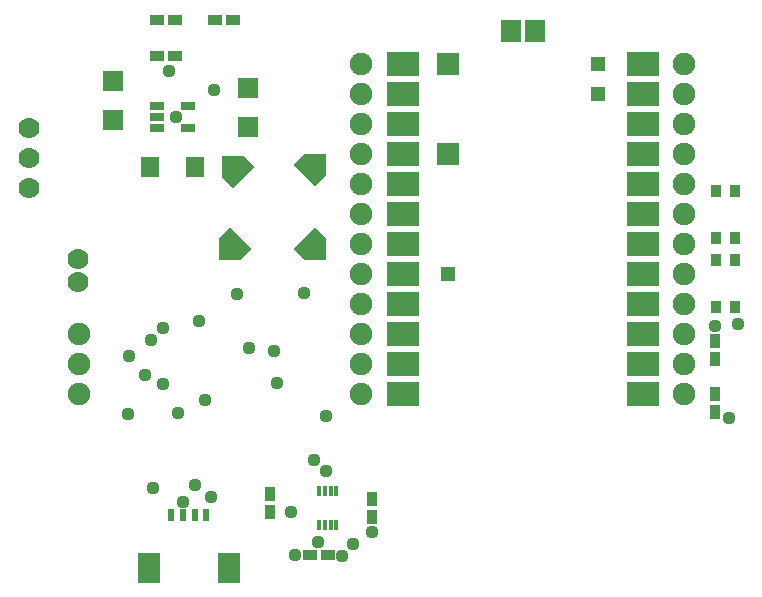
<source format=gts>
G04 ================== begin FILE IDENTIFICATION RECORD ==================*
G04 Layout Name:  SLEEPTRACK2_PHASE3_v2.brd*
G04 Film Name:    Sleeptrack2_Phase_3_Soldermask_Top_V2*
G04 File Format:  Gerber RS274X*
G04 File Origin:  Cadence Allegro 17.0-P009*
G04 Origin Date:  Sat Oct 29 00:03:52 2016*
G04 *
G04 Layer:  VIA CLASS/SOLDERMASK_TOP*
G04 Layer:  PIN/SOLDERMASK_TOP*
G04 Layer:  PACKAGE GEOMETRY/SOLDERMASK_TOP*
G04 Layer:  DRC ERROR CLASS/SOLDERMASK_TOP*
G04 Layer:  BOARD GEOMETRY/SOLDERMASK_TOP*
G04 *
G04 Offset:    (0.00 0.00)*
G04 Mirror:    No*
G04 Mode:      Positive*
G04 Rotation:  0*
G04 FullContactRelief:  No*
G04 UndefLineWidth:     10.00*
G04 ================== end FILE IDENTIFICATION RECORD ====================*
%FSLAX25Y25*MOIN*%
%IR0*IPPOS*OFA0.00000B0.00000*MIA0B0*SFA1.00000B1.00000*%
%AMMACRO21*
4,1,6,-.0348,.03591,
-.03591,.0348,
-.03591,-.0348,
0.0,-.07071,
.07071,0.0,
.0348,.03591,
-.0348,.03591,
0.0*
%
%ADD21MACRO21*%
%ADD25R,.105X.0805*%
%ADD10C,.07*%
%ADD15C,.044*%
%ADD26R,.05X.05*%
%ADD11C,.075*%
%ADD13R,.07362X.10118*%
%ADD27R,.075X.075*%
%ADD12R,.066X.066*%
%AMMACRO24*
4,1,6,.03591,.0348,
.0348,.03591,
-.0348,.03591,
-.07071,0.0,
0.0,-.07071,
.03591,-.0348,
.03591,.0348,
0.0*
%
%ADD24MACRO24*%
%AMMACRO23*
4,1,6,.0348,-.03591,
.03591,-.0348,
.03591,.0348,
0.0,.07071,
-.07071,0.0,
-.0348,-.03591,
.0348,-.03591,
0.0*
%
%ADD23MACRO23*%
%AMMACRO20*
4,1,6,-.03591,-.0348,
-.0348,-.03591,
.0348,-.03591,
.07071,0.0,
0.0,.07071,
-.03591,.0348,
-.03591,-.0348,
0.0*
%
%ADD20MACRO20*%
%ADD29R,.036X.04*%
%ADD17R,.046X.031*%
%ADD19R,.036X.046*%
%ADD18R,.046X.036*%
%ADD28R,.065X.075*%
%ADD16R,.063X.069*%
%ADD22R,.01209X.03209*%
%ADD14R,.02362X.04134*%
%LPD*%
G75*
G54D10*
X-114890Y58600D03*
Y68600D03*
Y78600D03*
X-98560Y35070D03*
Y27270D03*
G54D20*
X-47625Y38245D03*
G54D11*
X-98250Y-10150D03*
Y9850D03*
Y-150D03*
X-4160Y-9970D03*
Y30D03*
Y10030D03*
Y20030D03*
Y30030D03*
Y40030D03*
Y50030D03*
Y60030D03*
Y70030D03*
Y80030D03*
Y90030D03*
Y100030D03*
X103660Y-9970D03*
Y30D03*
Y10030D03*
Y20030D03*
Y30030D03*
Y40030D03*
Y50030D03*
Y60030D03*
Y70030D03*
Y80030D03*
Y90030D03*
Y100030D03*
G54D12*
X-86880Y81180D03*
Y94180D03*
X-41870Y78810D03*
Y91810D03*
G54D21*
X-46901Y65551D03*
G54D22*
X-18213Y-42351D03*
X-16244D03*
X-14276D03*
X-12307D03*
Y-53769D03*
X-14276D03*
X-16244D03*
X-18213D03*
G54D13*
X-74877Y-67940D03*
X-48223D03*
G54D14*
X-67456Y-50420D03*
X-63519D03*
X-59581D03*
X-55644D03*
G54D23*
X-19595Y38245D03*
G54D24*
Y66275D03*
G54D15*
X-73337Y-41570D03*
X-63519Y-46111D03*
X-59581Y-40541D03*
X-81790Y-16750D03*
X-64980Y-16410D03*
X-69970Y-6800D03*
X-75960Y-3620D03*
X-81590Y2670D03*
X-58064Y14350D03*
X-73960Y8080D03*
X-70000Y11960D03*
X-65890Y82420D03*
X-67988Y97562D03*
X-54010Y-44340D03*
X-56010Y-12130D03*
X-41340Y5140D03*
X-45430Y23390D03*
X-53120Y91140D03*
X-10610Y-64130D03*
X-18480Y-59530D03*
X-26200Y-63710D03*
X-27280Y-49350D03*
X-19670Y-32130D03*
X-15790Y-35660D03*
Y-17350D03*
X-31960Y-6500D03*
X-33180Y4420D03*
X-22990Y23570D03*
X-560Y-56040D03*
X-6725Y-59905D03*
X118700Y-18090D03*
X113800Y12450D03*
X121500Y13310D03*
G54D16*
X-59498Y65600D03*
X-74302D03*
G54D25*
X9750Y-10000D03*
Y0D03*
Y10000D03*
Y20000D03*
Y30000D03*
Y40000D03*
Y50000D03*
Y60000D03*
Y70000D03*
Y80000D03*
Y90000D03*
Y100000D03*
X89750Y-10000D03*
Y10000D03*
Y0D03*
Y40000D03*
Y30000D03*
Y20000D03*
Y60000D03*
Y50000D03*
Y90000D03*
Y80000D03*
Y70000D03*
Y100000D03*
G54D17*
X-72020Y85970D03*
Y82220D03*
Y78470D03*
X-61820D03*
Y85970D03*
G54D26*
X24750Y30000D03*
X74750Y90000D03*
Y100000D03*
G54D18*
X-72120Y114630D03*
X-66120D03*
Y102730D03*
X-72120D03*
X-46700Y114610D03*
X-52700D03*
X-15270Y-63710D03*
X-21270D03*
G54D27*
X24750Y70000D03*
Y100000D03*
G54D28*
X45750Y111000D03*
X53750D03*
G54D19*
X-34610Y-43360D03*
Y-49360D03*
X-560Y-45060D03*
Y-51060D03*
X114040Y-16060D03*
Y-10060D03*
X113800Y7540D03*
Y1540D03*
G54D29*
X114110Y18996D03*
Y34744D03*
X120410Y18996D03*
Y34744D03*
X114110Y41976D03*
X120410D03*
X114110Y57724D03*
X120410D03*
M02*

</source>
